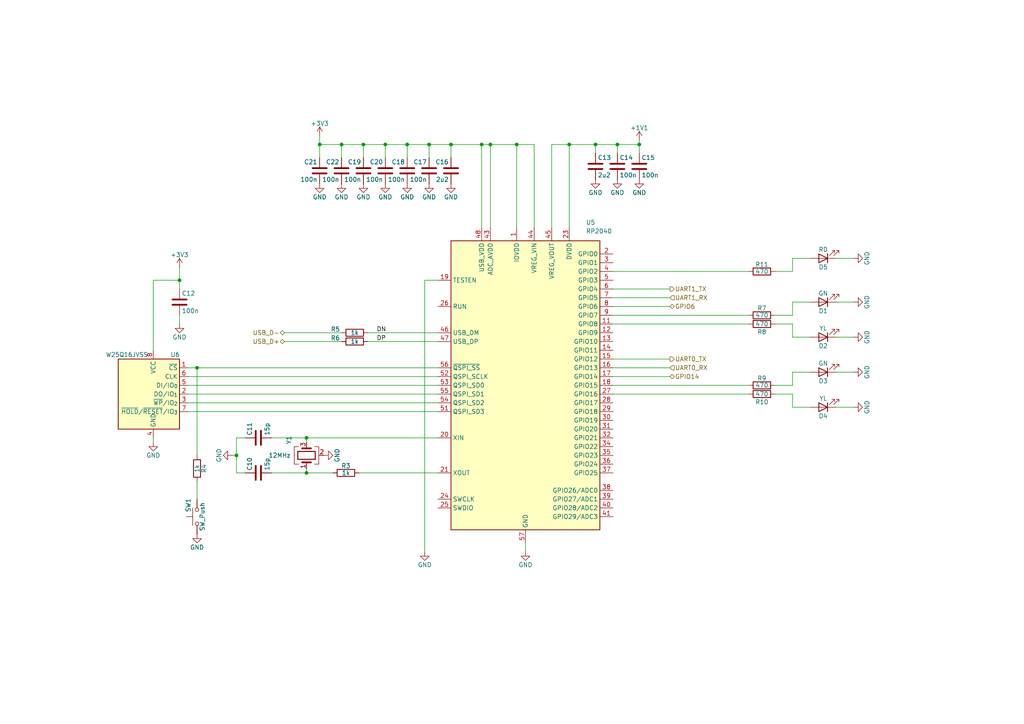
<source format=kicad_sch>
(kicad_sch (version 20250114) (generator "eeschema") (generator_version "9.0")
  (paper "A4")
  (lib_symbols
    (symbol "Device:C" (pin_numbers (hide yes)) (pin_names (offset 0.254))
      (property "Reference" "C" (at 0.635 2.54 0))
      (property "Value" "C" (at 0.635 -2.54 0))
      (symbol "C_0_1"
        (polyline (pts (xy -2.032 0.762) (xy 2.032 0.762)) (stroke (width 0.508)))
        (polyline (pts (xy -2.032 -0.762) (xy 2.032 -0.762)) (stroke (width 0.508)))
      )
      (symbol "C_1_1"
        (pin passive line (at 0 3.81 270) (length 2.794) (name "~") (number "1"))
        (pin passive line (at 0 -3.81 90) (length 2.794) (name "~") (number "2"))
      )
    )
    (symbol "Device:Crystal_GND24" (pin_names (offset 1.016) (hide yes))
      (property "Reference" "Y" (at 3.175 5.08 0))
      (property "Value" "Crystal_GND24" (at 3.175 3.175 0))
      (symbol "Crystal_GND24_0_1"
        (polyline (pts (xy -2.54 2.286) (xy -2.54 3.556) (xy 2.54 3.556) (xy 2.54 2.286)))
        (polyline (pts (xy -2.54 0) (xy -2.032 0)))
        (polyline (pts (xy -2.54 -2.286) (xy -2.54 -3.556) (xy 2.54 -3.556) (xy 2.54 -2.286)))
        (polyline (pts (xy -2.032 -1.27) (xy -2.032 1.27)) (stroke (width 0.508)))
        (rectangle (start -1.143 2.54) (end 1.143 -2.54) (stroke (width 0.3048)))
        (polyline (pts (xy 0 -3.81) (xy 0 -3.556)))
        (polyline (pts (xy 2.032 0) (xy 2.54 0)))
        (polyline (pts (xy 2.032 -1.27) (xy 2.032 1.27)) (stroke (width 0.508)))
      )
      (symbol "Crystal_GND24_1_1"
        (pin passive line (at -3.81 0 0) (length 1.27) (name "1") (number "1"))
        (pin passive line (at 0 -5.08 90) (length 1.27) (name "G") (number "2"))
        (pin passive line (at 0 -5.08 90) (length 1.27) (hide yes) (name "G") (number "4"))
        (pin passive line (at 3.81 0 180) (length 1.27) (name "3") (number "3"))
      )
    )
    (symbol "Device:LED" (pin_numbers (hide yes)) (pin_names (offset 1.016) (hide yes))
      (property "Reference" "D" (at 0 2.54 0))
      (property "Value" "LED" (at 0 -2.54 0))
      (symbol "LED_0_1"
        (polyline (pts (xy -3.048 -0.762) (xy -4.572 -2.286) (xy -3.81 -2.286) (xy -4.572 -2.286) (xy -4.572 -1.524)))
        (polyline (pts (xy -1.778 -0.762) (xy -3.302 -2.286) (xy -2.54 -2.286) (xy -3.302 -2.286) (xy -3.302 -1.524)))
        (polyline (pts (xy -1.27 0) (xy 1.27 0)))
        (polyline (pts (xy -1.27 -1.27) (xy -1.27 1.27)) (stroke (width 0.254)))
        (polyline (pts (xy 1.27 -1.27) (xy 1.27 1.27) (xy -1.27 0) (xy 1.27 -1.27)) (stroke (width 0.254)))
      )
      (symbol "LED_1_1"
        (pin passive line (at -3.81 0 0) (length 2.54) (name "K") (number "1"))
        (pin passive line (at 3.81 0 180) (length 2.54) (name "A") (number "2"))
      )
    )
    (symbol "Device:R" (pin_numbers (hide yes)) (pin_names (offset 0))
      (property "Reference" "R" (at 2.032 0 90))
      (property "Value" "R" (at 0 0 90))
      (symbol "R_0_1"
        (rectangle (start -1.016 -2.54) (end 1.016 2.54) (stroke (width 0.254)))
      )
      (symbol "R_1_1"
        (pin passive line (at 0 3.81 270) (length 1.27) (name "~") (number "1"))
        (pin passive line (at 0 -3.81 90) (length 1.27) (name "~") (number "2"))
      )
    )
    (symbol "MCU_RaspberryPi:RP2040"
      (property "Reference" "U" (at 17.526 47.244 0))
      (property "Value" "RP2040" (at 17.526 44.704 0))
      (symbol "RP2040_0_1"
        (rectangle (start -21.59 41.91) (end 21.59 -41.91) (stroke (width 0.254)) (fill (type background)))
      )
      (symbol "RP2040_1_1"
        (pin input line (at -25.4 30.48 0) (length 3.81) (name "TESTEN") (number "19"))
        (pin input line (at -25.4 22.86 0) (length 3.81) (name "RUN") (number "26"))
        (pin bidirectional line (at -25.4 15.24 0) (length 3.81) (name "USB_DM") (number "46"))
        (pin bidirectional line (at -25.4 12.7 0) (length 3.81) (name "USB_DP") (number "47"))
        (pin output line (at -25.4 5.08 0) (length 3.81) (name "~{QSPI_SS}") (number "56"))
        (pin output line (at -25.4 2.54 0) (length 3.81) (name "QSPI_SCLK") (number "52"))
        (pin bidirectional line (at -25.4 0 0) (length 3.81) (name "QSPI_SD0") (number "53"))
        (pin bidirectional line (at -25.4 -2.54 0) (length 3.81) (name "QSPI_SD1") (number "55"))
        (pin bidirectional line (at -25.4 -5.08 0) (length 3.81) (name "QSPI_SD2") (number "54"))
        (pin bidirectional line (at -25.4 -7.62 0) (length 3.81) (name "QSPI_SD3") (number "51"))
        (pin input line (at -25.4 -15.24 0) (length 3.81) (name "XIN") (number "20"))
        (pin output line (at -25.4 -25.4 0) (length 3.81) (name "XOUT") (number "21"))
        (pin input line (at -25.4 -33.02 0) (length 3.81) (name "SWCLK") (number "24"))
        (pin bidirectional line (at -25.4 -35.56 0) (length 3.81) (name "SWDIO") (number "25"))
        (pin power_in line (at -12.7 45.72 270) (length 3.81) (name "USB_VDD") (number "48"))
        (pin power_in line (at -10.16 45.72 270) (length 3.81) (name "ADC_AVDD") (number "43"))
        (pin power_in line (at -2.54 45.72 270) (length 3.81) (name "IOVDD") (number "1"))
        (pin passive line (at -2.54 45.72 270) (length 3.81) (hide yes) (name "IOVDD") (number "10"))
        (pin passive line (at -2.54 45.72 270) (length 3.81) (hide yes) (name "IOVDD") (number "22"))
        (pin passive line (at -2.54 45.72 270) (length 3.81) (hide yes) (name "IOVDD") (number "33"))
        (pin passive line (at -2.54 45.72 270) (length 3.81) (hide yes) (name "IOVDD") (number "42"))
        (pin passive line (at -2.54 45.72 270) (length 3.81) (hide yes) (name "IOVDD") (number "49"))
        (pin power_in line (at 0 -45.72 90) (length 3.81) (name "GND") (number "57"))
        (pin power_in line (at 2.54 45.72 270) (length 3.81) (name "VREG_VIN") (number "44"))
        (pin power_out line (at 7.62 45.72 270) (length 3.81) (name "VREG_VOUT") (number "45"))
        (pin power_in line (at 12.7 45.72 270) (length 3.81) (name "DVDD") (number "23"))
        (pin passive line (at 12.7 45.72 270) (length 3.81) (hide yes) (name "DVDD") (number "50"))
        (pin bidirectional line (at 25.4 38.1 180) (length 3.81) (name "GPIO0") (number "2"))
        (pin bidirectional line (at 25.4 35.56 180) (length 3.81) (name "GPIO1") (number "3"))
        (pin bidirectional line (at 25.4 33.02 180) (length 3.81) (name "GPIO2") (number "4"))
        (pin bidirectional line (at 25.4 30.48 180) (length 3.81) (name "GPIO3") (number "5"))
        (pin bidirectional line (at 25.4 27.94 180) (length 3.81) (name "GPIO4") (number "6"))
        (pin bidirectional line (at 25.4 25.4 180) (length 3.81) (name "GPIO5") (number "7"))
        (pin bidirectional line (at 25.4 22.86 180) (length 3.81) (name "GPIO6") (number "8"))
        (pin bidirectional line (at 25.4 20.32 180) (length 3.81) (name "GPIO7") (number "9"))
        (pin bidirectional line (at 25.4 17.78 180) (length 3.81) (name "GPIO8") (number "11"))
        (pin bidirectional line (at 25.4 15.24 180) (length 3.81) (name "GPIO9") (number "12"))
        (pin bidirectional line (at 25.4 12.7 180) (length 3.81) (name "GPIO10") (number "13"))
        (pin bidirectional line (at 25.4 10.16 180) (length 3.81) (name "GPIO11") (number "14"))
        (pin bidirectional line (at 25.4 7.62 180) (length 3.81) (name "GPIO12") (number "15"))
        (pin bidirectional line (at 25.4 5.08 180) (length 3.81) (name "GPIO13") (number "16"))
        (pin bidirectional line (at 25.4 2.54 180) (length 3.81) (name "GPIO14") (number "17"))
        (pin bidirectional line (at 25.4 0 180) (length 3.81) (name "GPIO15") (number "18"))
        (pin bidirectional line (at 25.4 -2.54 180) (length 3.81) (name "GPIO16") (number "27"))
        (pin bidirectional line (at 25.4 -5.08 180) (length 3.81) (name "GPIO17") (number "28"))
        (pin bidirectional line (at 25.4 -7.62 180) (length 3.81) (name "GPIO18") (number "29"))
        (pin bidirectional line (at 25.4 -10.16 180) (length 3.81) (name "GPIO19") (number "30"))
        (pin bidirectional line (at 25.4 -12.7 180) (length 3.81) (name "GPIO20") (number "31"))
        (pin bidirectional line (at 25.4 -15.24 180) (length 3.81) (name "GPIO21") (number "32"))
        (pin bidirectional line (at 25.4 -17.78 180) (length 3.81) (name "GPIO22") (number "34"))
        (pin bidirectional line (at 25.4 -20.32 180) (length 3.81) (name "GPIO23") (number "35"))
        (pin bidirectional line (at 25.4 -22.86 180) (length 3.81) (name "GPIO24") (number "36"))
        (pin bidirectional line (at 25.4 -25.4 180) (length 3.81) (name "GPIO25") (number "37"))
        (pin bidirectional line (at 25.4 -30.48 180) (length 3.81) (name "GPIO26/ADC0") (number "38"))
        (pin bidirectional line (at 25.4 -33.02 180) (length 3.81) (name "GPIO27/ADC1") (number "39"))
        (pin bidirectional line (at 25.4 -35.56 180) (length 3.81) (name "GPIO28/ADC2") (number "40"))
        (pin bidirectional line (at 25.4 -38.1 180) (length 3.81) (name "GPIO29/ADC3") (number "41"))
      )
    )
    (symbol "Memory_Flash:W25Q16JVSS"
      (property "Reference" "U" (at -6.35 11.43 0))
      (property "Value" "W25Q16JVSS" (at 7.62 11.43 0))
      (symbol "W25Q16JVSS_0_1"
        (rectangle (start -7.62 10.16) (end 10.16 -10.16) (stroke (width 0.254)) (fill (type background)))
      )
      (symbol "W25Q16JVSS_1_1"
        (pin input line (at -10.16 7.62 0) (length 2.54) (name "~{CS}") (number "1"))
        (pin input line (at -10.16 5.08 0) (length 2.54) (name "CLK") (number "6"))
        (pin bidirectional line (at -10.16 2.54 0) (length 2.54) (name "DI/IO_{0}") (number "5"))
        (pin bidirectional line (at -10.16 0 0) (length 2.54) (name "DO/IO_{1}") (number "2"))
        (pin bidirectional line (at -10.16 -2.54 0) (length 2.54) (name "~{WP}/IO_{2}") (number "3"))
        (pin bidirectional line (at -10.16 -5.08 0) (length 2.54) (name "~{HOLD}/~{RESET}/IO_{3}") (number "7"))
        (pin power_in line (at 0 12.7 270) (length 2.54) (name "VCC") (number "8"))
        (pin power_in line (at 0 -12.7 90) (length 2.54) (name "GND") (number "4"))
      )
    )
    (symbol "Switch:SW_Push" (pin_numbers (hide yes)) (pin_names (offset 1.016) (hide yes))
      (property "Reference" "SW" (at 1.27 2.54 0))
      (property "Value" "SW_Push" (at 0 -1.524 0))
      (symbol "SW_Push_0_1"
        (circle (center -2.032 0) (radius 0.508))
        (polyline (pts (xy 0 1.27) (xy 0 3.048)))
        (circle (center 2.032 0) (radius 0.508))
        (polyline (pts (xy 2.54 1.27) (xy -2.54 1.27)))
        (pin passive line (at -5.08 0 0) (length 2.54) (name "1") (number "1"))
        (pin passive line (at 5.08 0 180) (length 2.54) (name "2") (number "2"))
      )
    )
    (symbol "power:+1V1" (power) (pin_numbers (hide yes)) (pin_names (offset 0) (hide yes))
      (property "Value" "+1V1" (at 0 3.556 0))
      (symbol "+1V1_0_1"
        (polyline (pts (xy -0.762 1.27) (xy 0 2.54)))
        (polyline (pts (xy 0 2.54) (xy 0.762 1.27)))
        (polyline (pts (xy 0 0) (xy 0 2.54)))
      )
      (symbol "+1V1_1_1"
        (pin power_in line (at 0 0 90) (length 0) (name "~") (number "1"))
      )
    )
    (symbol "power:+3V3" (power) (pin_numbers (hide yes)) (pin_names (offset 0) (hide yes))
      (property "Value" "+3V3" (at 0 3.556 0))
      (symbol "+3V3_0_1"
        (polyline (pts (xy -0.762 1.27) (xy 0 2.54)))
        (polyline (pts (xy 0 2.54) (xy 0.762 1.27)))
        (polyline (pts (xy 0 0) (xy 0 2.54)))
      )
      (symbol "+3V3_1_1"
        (pin power_in line (at 0 0 90) (length 0) (name "~") (number "1"))
      )
    )
    (symbol "power:GND" (power) (pin_numbers (hide yes)) (pin_names (offset 0) (hide yes))
      (property "Value" "GND" (at 0 -3.81 0))
      (symbol "GND_0_1"
        (polyline (pts (xy 0 0) (xy 0 -1.27) (xy 1.27 -1.27) (xy 0 -2.54) (xy -1.27 -1.27) (xy 0 -1.27)))
      )
      (symbol "GND_1_1"
        (pin power_in line (at 0 0 270) (length 0) (name "~") (number "1"))
      )
    )
  )
  (junction (at 185.42 41.91))
  (junction (at 105.41 41.91))
  (junction (at 118.11 41.91))
  (junction (at 88.9 137.16))
  (junction (at 57.15 106.68))
  (junction (at 142.24 41.91))
  (junction (at 130.81 41.91))
  (junction (at 52.07 81.28))
  (junction (at 92.71 41.91))
  (junction (at 172.72 41.91))
  (junction (at 149.86 41.91))
  (junction (at 124.46 41.91))
  (junction (at 99.06 41.91))
  (junction (at 111.76 41.91))
  (junction (at 88.9 127))
  (junction (at 68.58 132.08))
  (junction (at 139.7 41.91))
  (junction (at 165.1 41.91))
  (junction (at 179.07 41.91))
  (wire (pts (xy 242.57 107.95) (xy 247.65 107.95)))
  (wire (pts (xy 44.45 101.6) (xy 44.45 81.28)))
  (wire (pts (xy 179.07 41.91) (xy 179.07 44.45)))
  (wire (pts (xy 124.46 41.91) (xy 124.46 45.72)))
  (wire (pts (xy 234.95 97.79) (xy 229.87 97.79)))
  (wire (pts (xy 99.06 41.91) (xy 99.06 45.72)))
  (wire (pts (xy 242.57 74.93) (xy 247.65 74.93)))
  (wire (pts (xy 177.8 78.74) (xy 217.17 78.74)))
  (wire (pts (xy 185.42 40.64) (xy 185.42 41.91)))
  (wire (pts (xy 67.31 132.08) (xy 68.58 132.08)))
  (wire (pts (xy 179.07 41.91) (xy 185.42 41.91)))
  (wire (pts (xy 78.74 127) (xy 88.9 127)))
  (wire (pts (xy 68.58 132.08) (xy 68.58 127)))
  (wire (pts (xy 242.57 97.79) (xy 247.65 97.79)))
  (wire (pts (xy 229.87 107.95) (xy 234.95 107.95)))
  (wire (pts (xy 234.95 118.11) (xy 229.87 118.11)))
  (wire (pts (xy 105.41 41.91) (xy 105.41 45.72)))
  (wire (pts (xy 172.72 41.91) (xy 172.72 44.45)))
  (wire (pts (xy 82.55 99.06) (xy 99.06 99.06)))
  (wire (pts (xy 88.9 127) (xy 88.9 128.27)))
  (wire (pts (xy 185.42 41.91) (xy 185.42 44.45)))
  (wire (pts (xy 111.76 41.91) (xy 105.41 41.91)))
  (wire (pts (xy 124.46 41.91) (xy 118.11 41.91)))
  (wire (pts (xy 177.8 106.68) (xy 194.31 106.68)))
  (wire (pts (xy 142.24 41.91) (xy 139.7 41.91)))
  (wire (pts (xy 229.87 91.44) (xy 229.87 87.63)))
  (wire (pts (xy 118.11 41.91) (xy 111.76 41.91)))
  (wire (pts (xy 130.81 41.91) (xy 130.81 45.72)))
  (wire (pts (xy 177.8 109.22) (xy 194.31 109.22)))
  (wire (pts (xy 130.81 41.91) (xy 124.46 41.91)))
  (wire (pts (xy 106.68 99.06) (xy 127 99.06)))
  (wire (pts (xy 54.61 106.68) (xy 57.15 106.68)))
  (wire (pts (xy 149.86 41.91) (xy 142.24 41.91)))
  (wire (pts (xy 224.79 78.74) (xy 229.87 78.74)))
  (wire (pts (xy 242.57 87.63) (xy 247.65 87.63)))
  (wire (pts (xy 177.8 93.98) (xy 217.17 93.98)))
  (wire (pts (xy 165.1 41.91) (xy 165.1 66.04)))
  (wire (pts (xy 99.06 41.91) (xy 92.71 41.91)))
  (wire (pts (xy 172.72 41.91) (xy 179.07 41.91)))
  (wire (pts (xy 229.87 114.3) (xy 224.79 114.3)))
  (wire (pts (xy 68.58 132.08) (xy 68.58 137.16)))
  (wire (pts (xy 54.61 109.22) (xy 127 109.22)))
  (wire (pts (xy 68.58 127) (xy 71.12 127)))
  (wire (pts (xy 82.55 96.52) (xy 99.06 96.52)))
  (wire (pts (xy 105.41 41.91) (xy 99.06 41.91)))
  (wire (pts (xy 229.87 97.79) (xy 229.87 93.98)))
  (wire (pts (xy 177.8 86.36) (xy 194.31 86.36)))
  (wire (pts (xy 118.11 41.91) (xy 118.11 45.72)))
  (wire (pts (xy 242.57 118.11) (xy 247.65 118.11)))
  (wire (pts (xy 229.87 78.74) (xy 229.87 74.93)))
  (wire (pts (xy 92.71 39.37) (xy 92.71 41.91)))
  (wire (pts (xy 229.87 111.76) (xy 229.87 107.95)))
  (wire (pts (xy 123.19 160.02) (xy 123.19 81.28)))
  (wire (pts (xy 139.7 41.91) (xy 130.81 41.91)))
  (wire (pts (xy 154.94 41.91) (xy 149.86 41.91)))
  (wire (pts (xy 165.1 41.91) (xy 172.72 41.91)))
  (wire (pts (xy 177.8 88.9) (xy 194.31 88.9)))
  (wire (pts (xy 229.87 118.11) (xy 229.87 114.3)))
  (wire (pts (xy 177.8 111.76) (xy 217.17 111.76)))
  (wire (pts (xy 229.87 87.63) (xy 234.95 87.63)))
  (wire (pts (xy 88.9 135.89) (xy 88.9 137.16)))
  (wire (pts (xy 139.7 41.91) (xy 139.7 66.04)))
  (wire (pts (xy 68.58 137.16) (xy 71.12 137.16)))
  (wire (pts (xy 177.8 91.44) (xy 217.17 91.44)))
  (wire (pts (xy 106.68 96.52) (xy 127 96.52)))
  (wire (pts (xy 154.94 66.04) (xy 154.94 41.91)))
  (wire (pts (xy 111.76 41.91) (xy 111.76 45.72)))
  (wire (pts (xy 177.8 83.82) (xy 194.31 83.82)))
  (wire (pts (xy 229.87 74.93) (xy 234.95 74.93)))
  (wire (pts (xy 57.15 106.68) (xy 127 106.68)))
  (wire (pts (xy 52.07 81.28) (xy 52.07 83.82)))
  (wire (pts (xy 54.61 111.76) (xy 127 111.76)))
  (wire (pts (xy 160.02 41.91) (xy 165.1 41.91)))
  (wire (pts (xy 152.4 157.48) (xy 152.4 160.02)))
  (wire (pts (xy 44.45 127) (xy 44.45 128.27)))
  (wire (pts (xy 54.61 116.84) (xy 127 116.84)))
  (wire (pts (xy 52.07 91.44) (xy 52.07 93.98)))
  (wire (pts (xy 52.07 77.47) (xy 52.07 81.28)))
  (wire (pts (xy 177.8 114.3) (xy 217.17 114.3)))
  (wire (pts (xy 142.24 41.91) (xy 142.24 66.04)))
  (wire (pts (xy 229.87 93.98) (xy 224.79 93.98)))
  (wire (pts (xy 57.15 106.68) (xy 57.15 132.08)))
  (wire (pts (xy 149.86 41.91) (xy 149.86 66.04)))
  (wire (pts (xy 54.61 119.38) (xy 127 119.38)))
  (wire (pts (xy 44.45 81.28) (xy 52.07 81.28)))
  (wire (pts (xy 104.14 137.16) (xy 127 137.16)))
  (wire (pts (xy 78.74 137.16) (xy 88.9 137.16)))
  (wire (pts (xy 88.9 137.16) (xy 96.52 137.16)))
  (wire (pts (xy 224.79 91.44) (xy 229.87 91.44)))
  (wire (pts (xy 92.71 41.91) (xy 92.71 45.72)))
  (wire (pts (xy 123.19 81.28) (xy 127 81.28)))
  (wire (pts (xy 224.79 111.76) (xy 229.87 111.76)))
  (wire (pts (xy 88.9 127) (xy 127 127)))
  (wire (pts (xy 160.02 41.91) (xy 160.02 66.04)))
  (wire (pts (xy 57.15 139.7) (xy 57.15 144.78)))
  (wire (pts (xy 54.61 114.3) (xy 127 114.3)))
  (wire (pts (xy 177.8 104.14) (xy 194.31 104.14)))
  (label "DN" (at 109.22 96.52 0))
  (label "DP" (at 109.22 99.06 0))
  (hierarchical_label "USB_D+" (shape bidirectional) (at 82.55 99.06 180))
  (hierarchical_label "USB_D-" (shape bidirectional) (at 82.55 96.52 180))
  (hierarchical_label "UART1_RX" (shape input) (at 194.31 86.36 0))
  (hierarchical_label "UART1_TX" (shape output) (at 194.31 83.82 0))
  (hierarchical_label "GPIO6" (shape bidirectional) (at 194.31 88.9 0))
  (hierarchical_label "UART0_TX" (shape output) (at 194.31 104.14 0))
  (hierarchical_label "GPIO14" (shape bidirectional) (at 194.31 109.22 0))
  (hierarchical_label "UART0_RX" (shape input) (at 194.31 106.68 0))
  (symbol (lib_id "Device:C") (at 74.93 137.16 90) (unit 1)
    (property "Reference" "C10" (at 72.39 136.525 0) (effects (justify left)))
    (property "Value" "15p" (at 77.47 136.525 0) (effects (justify left)))
    (property "Footprint" "Capacitor_SMD:C_0603_1608Metric" (effects (hide yes)))
    (property "Description" "Unpolarized capacitor" (effects (hide yes)))
    (property "LCSC" "C1644" (effects (hide yes)))
    (property "MPN_LCSC" "CL10C150JB8NNNC" (effects (hide yes)))
  )
  (symbol (lib_id "Device:R") (at 102.87 99.06 90) (unit 1)
    (property "Reference" "R6" (at 97.282 98.044 90))
    (property "Value" "1k" (at 102.87 99.06 90))
    (property "Footprint" "Resistor_SMD:R_0603_1608Metric" (effects (hide yes)))
    (property "Description" "Resistor" (effects (hide yes)))
    (property "LCSC" "C21190" (effects (hide yes)))
    (property "MPN_LCSC" "0603WAF1001T5E" (effects (hide yes)))
  )
  (symbol (lib_id "Device:C") (at 105.41 49.53 0) (mirror y) (unit 1)
    (property "Reference" "C19" (at 104.775 46.99 0) (effects (justify left)))
    (property "Value" "100n" (at 104.775 52.07 0) (effects (justify left)))
    (property "Footprint" "Capacitor_SMD:C_0603_1608Metric" (effects (hide yes)))
    (property "Description" "Unpolarized capacitor" (effects (hide yes)))
    (property "LCSC" "C14663" (effects (hide yes)))
    (property "MPN_LCSC" "CC0603KRX7R9BB104" (effects (hide yes)))
  )
  (symbol (lib_id "power:GND") (at 152.4 160.02 0) (unit 1)
    (property "Reference" "#PWR028" (effects (hide yes)))
    (property "Value" "GND" (at 152.4 163.83 0))
    (property "Description" "Power symbol creates a global label with name \"GND\" , ground" (effects (hide yes)))
  )
  (symbol (lib_id "power:GND") (at 247.65 118.11 90) (unit 1)
    (property "Reference" "#PWR032" (effects (hide yes)))
    (property "Value" "GND" (at 251.46 118.11 0))
    (property "Description" "Power symbol creates a global label with name \"GND\" , ground" (effects (hide yes)))
  )
  (symbol (lib_id "power:GND") (at 124.46 53.34 0) (mirror y) (unit 1)
    (property "Reference" "#PWR022" (effects (hide yes)))
    (property "Value" "GND" (at 124.46 57.15 0))
    (property "Description" "Power symbol creates a global label with name \"GND\" , ground" (effects (hide yes)))
  )
  (symbol (lib_id "power:GND") (at 99.06 53.34 0) (mirror y) (unit 1)
    (property "Reference" "#PWR027" (effects (hide yes)))
    (property "Value" "GND" (at 99.06 57.15 0))
    (property "Description" "Power symbol creates a global label with name \"GND\" , ground" (effects (hide yes)))
  )
  (symbol (lib_id "power:GND") (at 179.07 52.07 0) (unit 1)
    (property "Reference" "#PWR018" (effects (hide yes)))
    (property "Value" "GND" (at 179.07 55.88 0))
    (property "Description" "Power symbol creates a global label with name \"GND\" , ground" (effects (hide yes)))
  )
  (symbol (lib_id "Device:C") (at 52.07 87.63 0) (unit 1)
    (property "Reference" "C12" (at 52.705 85.09 0) (effects (justify left)))
    (property "Value" "100n" (at 52.705 90.17 0) (effects (justify left)))
    (property "Footprint" "Capacitor_SMD:C_0603_1608Metric" (effects (hide yes)))
    (property "Description" "Unpolarized capacitor" (effects (hide yes)))
    (property "LCSC" "C14663" (effects (hide yes)))
    (property "MPN_LCSC" "CC0603KRX7R9BB104" (effects (hide yes)))
  )
  (symbol (lib_id "power:GND") (at 185.42 52.07 0) (unit 1)
    (property "Reference" "#PWR019" (effects (hide yes)))
    (property "Value" "GND" (at 185.42 55.88 0))
    (property "Description" "Power symbol creates a global label with name \"GND\" , ground" (effects (hide yes)))
  )
  (symbol (lib_id "power:GND") (at 44.45 128.27 0) (unit 1)
    (property "Reference" "#PWR012" (effects (hide yes)))
    (property "Value" "GND" (at 44.45 132.08 0))
    (property "Description" "Power symbol creates a global label with name \"GND\" , ground" (effects (hide yes)))
  )
  (symbol (lib_id "power:+3V3") (at 92.71 39.37 0) (unit 1)
    (property "Reference" "#PWR034" (effects (hide yes)))
    (property "Value" "+3V3" (at 92.71 35.814 0))
    (property "Description" "Power symbol creates a global label with name \"+3V3\"" (effects (hide yes)))
  )
  (symbol (lib_id "power:GND") (at 52.07 93.98 0) (unit 1)
    (property "Reference" "#PWR013" (effects (hide yes)))
    (property "Value" "GND" (at 52.07 97.79 0))
    (property "Description" "Power symbol creates a global label with name \"GND\" , ground" (effects (hide yes)))
  )
  (symbol (lib_id "Device:R") (at 57.15 135.89 0) (unit 1)
    (property "Reference" "R4" (at 59.182 135.89 90))
    (property "Value" "1k" (at 57.15 135.89 90))
    (property "Footprint" "Resistor_SMD:R_0603_1608Metric" (effects (hide yes)))
    (property "Description" "Resistor" (effects (hide yes)))
    (property "LCSC" "C21190" (effects (hide yes)))
    (property "MPN_LCSC" "0603WAF1001T5E" (effects (hide yes)))
  )
  (symbol (lib_id "Device:C") (at 111.76 49.53 0) (mirror y) (unit 1)
    (property "Reference" "C20" (at 111.125 46.99 0) (effects (justify left)))
    (property "Value" "100n" (at 111.125 52.07 0) (effects (justify left)))
    (property "Footprint" "Capacitor_SMD:C_0603_1608Metric" (effects (hide yes)))
    (property "Description" "Unpolarized capacitor" (effects (hide yes)))
    (property "LCSC" "C14663" (effects (hide yes)))
    (property "MPN_LCSC" "CC0603KRX7R9BB104" (effects (hide yes)))
  )
  (symbol (lib_id "power:GND") (at 105.41 53.34 0) (mirror y) (unit 1)
    (property "Reference" "#PWR024" (effects (hide yes)))
    (property "Value" "GND" (at 105.41 57.15 0))
    (property "Description" "Power symbol creates a global label with name \"GND\" , ground" (effects (hide yes)))
  )
  (symbol (lib_id "Device:Crystal_GND24") (at 88.9 132.08 90) (unit 1)
    (property "Reference" "Y1" (at 83.82 128.905 0) (effects (justify left)))
    (property "Value" "12MHz" (at 84.328 132.08 90) (effects (justify left)))
    (property "Footprint" "Crystal:Crystal_SMD_Abracon_ABM8AIG-4Pin_3.2x2.5mm" (effects (hide yes)))
    (property "Description" "Four pin crystal, GND on pins 2 and 4" (effects (hide yes)))
    (property private "KLC_S3.3" "The rectangle is not a symbol body but a graphical element" (effects (hide yes)))
    (property private "KLC_S4.1" "Some pins are on 50mil grid to make the symbol small" (effects (hide yes)))
    (property "LCSC" "C9002" (effects (hide yes)))
    (property "MPN_LCSC" "X322512MSB4SI" (effects (hide yes)))
  )
  (symbol (lib_id "Device:LED") (at 238.76 87.63 180) (unit 1)
    (property "Reference" "D1" (at 238.76 90.17 0))
    (property "Value" "GN" (at 238.76 85.09 0))
    (property "Footprint" "LED_SMD:LED_0805_2012Metric" (effects (hide yes)))
    (property "Description" "Light emitting diode" (effects (hide yes)))
    (property "Sim.Pins" "1=K 2=A" (effects (hide yes)))
    (property "LCSC" "C2297" (effects (hide yes)))
    (property "MPN_LCSC" "KT-0805G" (effects (hide yes)))
  )
  (symbol (lib_id "Device:C") (at 172.72 48.26 0) (unit 1)
    (property "Reference" "C13" (at 173.355 45.72 0) (effects (justify left)))
    (property "Value" "2u2" (at 173.355 50.8 0) (effects (justify left)))
    (property "Footprint" "Capacitor_SMD:C_0805_2012Metric" (effects (hide yes)))
    (property "Description" "Unpolarized capacitor" (effects (hide yes)))
    (property "LCSC" "C377773" (effects (hide yes)))
    (property "MPN_LCSC" "CL21A225KBQNNNE" (effects (hide yes)))
  )
  (symbol (lib_id "MCU_RaspberryPi:RP2040") (at 152.4 111.76 0) (unit 1)
    (property "Reference" "U5" (at 169.926 64.516 0) (effects (justify left)))
    (property "Value" "RP2040" (at 169.926 67.056 0) (effects (justify left)))
    (property "Footprint" "Package_DFN_QFN:QFN-56-1EP_7x7mm_P0.4mm_EP3.2x3.2mm" (effects (hide yes)))
    (property "Datasheet" "https://datasheets.raspberrypi.com/rp2040/rp2040-datasheet.pdf" (effects (hide yes)))
    (property "Description" "A microcontroller by Raspberry Pi, Dual ARM Cortex-M0+, 133MHz, no flash, 264KB SRAM, 8 PIO state machines, VQFN-56" (effects (hide yes)))
    (property private "KLC_S4.2_DVDD" "Not a standalone power converter; internal on-chip voltage regulator for digital core supply; DVDD is the digital core power supply, should be placed next to voltage regulator output." (effects (hide yes)))
    (property private "KLC_S4.2_VREG_VOUT" "Should be placed next to DVDD." (effects (hide yes)))
    (property "LCSC" "C2040" (effects (hide yes)))
    (property "MPN_LCSC" "RP2040" (effects (hide yes)))
  )
  (symbol (lib_id "power:+3V3") (at 52.07 77.47 0) (unit 1)
    (property "Reference" "#PWR014" (effects (hide yes)))
    (property "Value" "+3V3" (at 52.07 73.914 0))
    (property "Description" "Power symbol creates a global label with name \"+3V3\"" (effects (hide yes)))
  )
  (symbol (lib_id "Device:LED") (at 238.76 118.11 180) (unit 1)
    (property "Reference" "D4" (at 238.76 120.65 0))
    (property "Value" "YL" (at 238.76 115.57 0))
    (property "Footprint" "LED_SMD:LED_0805_2012Metric" (effects (hide yes)))
    (property "Description" "Light emitting diode" (effects (hide yes)))
    (property "Sim.Pins" "1=K 2=A" (effects (hide yes)))
    (property "LCSC" "C2296" (effects (hide yes)))
    (property "MPN_LCSC" "KT-0805Y" (effects (hide yes)))
  )
  (symbol (lib_id "Device:R") (at 102.87 96.52 90) (unit 1)
    (property "Reference" "R5" (at 97.282 95.504 90))
    (property "Value" "1k" (at 102.87 96.52 90))
    (property "Footprint" "Resistor_SMD:R_0603_1608Metric" (effects (hide yes)))
    (property "Description" "Resistor" (effects (hide yes)))
    (property "LCSC" "C21190" (effects (hide yes)))
    (property "MPN_LCSC" "0603WAF1001T5E" (effects (hide yes)))
  )
  (symbol (lib_id "power:GND") (at 247.65 74.93 90) (unit 1)
    (property "Reference" "#PWR033" (effects (hide yes)))
    (property "Value" "GND" (at 251.46 74.93 0))
    (property "Description" "Power symbol creates a global label with name \"GND\" , ground" (effects (hide yes)))
  )
  (symbol (lib_id "Device:R") (at 220.98 91.44 90) (unit 1)
    (property "Reference" "R7" (at 220.98 89.408 90))
    (property "Value" "470" (at 220.98 91.44 90))
    (property "Footprint" "Resistor_SMD:R_0603_1608Metric" (effects (hide yes)))
    (property "Description" "Resistor" (effects (hide yes)))
    (property "LCSC" "C23179" (effects (hide yes)))
    (property "MPN_LCSC" "0603WAF4700T5E" (effects (hide yes)))
  )
  (symbol (lib_id "Device:C") (at 185.42 48.26 0) (unit 1)
    (property "Reference" "C15" (at 186.055 45.72 0) (effects (justify left)))
    (property "Value" "100n" (at 186.055 50.8 0) (effects (justify left)))
    (property "Footprint" "Capacitor_SMD:C_0603_1608Metric" (effects (hide yes)))
    (property "Description" "Unpolarized capacitor" (effects (hide yes)))
    (property "LCSC" "C14663" (effects (hide yes)))
    (property "MPN_LCSC" "CC0603KRX7R9BB104" (effects (hide yes)))
  )
  (symbol (lib_id "Device:C") (at 130.81 49.53 0) (mirror y) (unit 1)
    (property "Reference" "C16" (at 130.175 46.99 0) (effects (justify left)))
    (property "Value" "2u2" (at 130.175 52.07 0) (effects (justify left)))
    (property "Footprint" "Capacitor_SMD:C_0805_2012Metric" (effects (hide yes)))
    (property "Description" "Unpolarized capacitor" (effects (hide yes)))
    (property "LCSC" "C377773" (effects (hide yes)))
    (property "MPN_LCSC" "CL21A225KBQNNNE" (effects (hide yes)))
  )
  (symbol (lib_id "power:GND") (at 92.71 53.34 0) (mirror y) (unit 1)
    (property "Reference" "#PWR026" (effects (hide yes)))
    (property "Value" "GND" (at 92.71 57.15 0))
    (property "Description" "Power symbol creates a global label with name \"GND\" , ground" (effects (hide yes)))
  )
  (symbol (lib_id "Device:C") (at 74.93 127 90) (unit 1)
    (property "Reference" "C11" (at 72.39 126.365 0) (effects (justify left)))
    (property "Value" "15p" (at 77.47 126.365 0) (effects (justify left)))
    (property "Footprint" "Capacitor_SMD:C_0603_1608Metric" (effects (hide yes)))
    (property "Description" "Unpolarized capacitor" (effects (hide yes)))
    (property "LCSC" "C1644" (effects (hide yes)))
    (property "MPN_LCSC" "CL10C150JB8NNNC" (effects (hide yes)))
  )
  (symbol (lib_id "power:GND") (at 93.98 132.08 90) (unit 1)
    (property "Reference" "#PWR010" (effects (hide yes)))
    (property "Value" "GND" (at 97.79 132.08 0))
    (property "Description" "Power symbol creates a global label with name \"GND\" , ground" (effects (hide yes)))
  )
  (symbol (lib_id "power:GND") (at 247.65 107.95 90) (unit 1)
    (property "Reference" "#PWR031" (effects (hide yes)))
    (property "Value" "GND" (at 251.46 107.95 0))
    (property "Description" "Power symbol creates a global label with name \"GND\" , ground" (effects (hide yes)))
  )
  (symbol (lib_id "power:GND") (at 67.31 132.08 270) (unit 1)
    (property "Reference" "#PWR011" (effects (hide yes)))
    (property "Value" "GND" (at 63.5 132.08 0))
    (property "Description" "Power symbol creates a global label with name \"GND\" , ground" (effects (hide yes)))
  )
  (symbol (lib_id "Device:R") (at 220.98 114.3 90) (unit 1)
    (property "Reference" "R10" (at 220.98 116.586 90))
    (property "Value" "470" (at 220.98 114.3 90))
    (property "Footprint" "Resistor_SMD:R_0603_1608Metric" (effects (hide yes)))
    (property "Description" "Resistor" (effects (hide yes)))
    (property "LCSC" "C23179" (effects (hide yes)))
    (property "MPN_LCSC" "0603WAF4700T5E" (effects (hide yes)))
  )
  (symbol (lib_id "Device:C") (at 179.07 48.26 0) (unit 1)
    (property "Reference" "C14" (at 179.705 45.72 0) (effects (justify left)))
    (property "Value" "100n" (at 179.705 50.8 0) (effects (justify left)))
    (property "Footprint" "Capacitor_SMD:C_0603_1608Metric" (effects (hide yes)))
    (property "Description" "Unpolarized capacitor" (effects (hide yes)))
    (property "LCSC" "C14663" (effects (hide yes)))
    (property "MPN_LCSC" "CC0603KRX7R9BB104" (effects (hide yes)))
  )
  (symbol (lib_id "power:GND") (at 111.76 53.34 0) (mirror y) (unit 1)
    (property "Reference" "#PWR025" (effects (hide yes)))
    (property "Value" "GND" (at 111.76 57.15 0))
    (property "Description" "Power symbol creates a global label with name \"GND\" , ground" (effects (hide yes)))
  )
  (symbol (lib_id "Device:R") (at 100.33 137.16 90) (unit 1)
    (property "Reference" "R3" (at 100.33 135.128 90))
    (property "Value" "1k" (at 100.33 137.16 90))
    (property "Footprint" "Resistor_SMD:R_0603_1608Metric" (effects (hide yes)))
    (property "Description" "Resistor" (effects (hide yes)))
    (property "LCSC" "C21190" (effects (hide yes)))
    (property "MPN_LCSC" "0603WAF1001T5E" (effects (hide yes)))
  )
  (symbol (lib_id "power:GND") (at 123.19 160.02 0) (unit 1)
    (property "Reference" "#PWR016" (effects (hide yes)))
    (property "Value" "GND" (at 123.19 163.83 0))
    (property "Description" "Power symbol creates a global label with name \"GND\" , ground" (effects (hide yes)))
  )
  (symbol (lib_id "power:GND") (at 130.81 53.34 0) (mirror y) (unit 1)
    (property "Reference" "#PWR021" (effects (hide yes)))
    (property "Value" "GND" (at 130.81 57.15 0))
    (property "Description" "Power symbol creates a global label with name \"GND\" , ground" (effects (hide yes)))
  )
  (symbol (lib_id "Device:C") (at 124.46 49.53 0) (mirror y) (unit 1)
    (property "Reference" "C17" (at 123.825 46.99 0) (effects (justify left)))
    (property "Value" "100n" (at 123.825 52.07 0) (effects (justify left)))
    (property "Footprint" "Capacitor_SMD:C_0603_1608Metric" (effects (hide yes)))
    (property "Description" "Unpolarized capacitor" (effects (hide yes)))
    (property "LCSC" "C14663" (effects (hide yes)))
    (property "MPN_LCSC" "CC0603KRX7R9BB104" (effects (hide yes)))
  )
  (symbol (lib_id "Device:C") (at 99.06 49.53 0) (mirror y) (unit 1)
    (property "Reference" "C22" (at 98.425 46.99 0) (effects (justify left)))
    (property "Value" "100n" (at 98.425 52.07 0) (effects (justify left)))
    (property "Footprint" "Capacitor_SMD:C_0603_1608Metric" (effects (hide yes)))
    (property "Description" "Unpolarized capacitor" (effects (hide yes)))
    (property "LCSC" "C14663" (effects (hide yes)))
    (property "MPN_LCSC" "CC0603KRX7R9BB104" (effects (hide yes)))
  )
  (symbol (lib_id "Device:LED") (at 238.76 97.79 180) (unit 1)
    (property "Reference" "D2" (at 238.76 100.33 0))
    (property "Value" "YL" (at 238.76 95.25 0))
    (property "Footprint" "LED_SMD:LED_0805_2012Metric" (effects (hide yes)))
    (property "Description" "Light emitting diode" (effects (hide yes)))
    (property "Sim.Pins" "1=K 2=A" (effects (hide yes)))
    (property "LCSC" "C2296" (effects (hide yes)))
    (property "MPN_LCSC" "KT-0805Y" (effects (hide yes)))
  )
  (symbol (lib_id "Device:C") (at 92.71 49.53 0) (mirror y) (unit 1)
    (property "Reference" "C21" (at 92.075 46.99 0) (effects (justify left)))
    (property "Value" "100n" (at 92.075 52.07 0) (effects (justify left)))
    (property "Footprint" "Capacitor_SMD:C_0603_1608Metric" (effects (hide yes)))
    (property "Description" "Unpolarized capacitor" (effects (hide yes)))
    (property "LCSC" "C14663" (effects (hide yes)))
    (property "MPN_LCSC" "CC0603KRX7R9BB104" (effects (hide yes)))
  )
  (symbol (lib_id "Device:C") (at 118.11 49.53 0) (mirror y) (unit 1)
    (property "Reference" "C18" (at 117.475 46.99 0) (effects (justify left)))
    (property "Value" "100n" (at 117.475 52.07 0) (effects (justify left)))
    (property "Footprint" "Capacitor_SMD:C_0603_1608Metric" (effects (hide yes)))
    (property "Description" "Unpolarized capacitor" (effects (hide yes)))
    (property "LCSC" "C14663" (effects (hide yes)))
    (property "MPN_LCSC" "CC0603KRX7R9BB104" (effects (hide yes)))
  )
  (symbol (lib_id "Device:R") (at 220.98 111.76 90) (unit 1)
    (property "Reference" "R9" (at 220.98 109.728 90))
    (property "Value" "470" (at 220.98 111.76 90))
    (property "Footprint" "Resistor_SMD:R_0603_1608Metric" (effects (hide yes)))
    (property "Description" "Resistor" (effects (hide yes)))
    (property "LCSC" "C23179" (effects (hide yes)))
    (property "MPN_LCSC" "0603WAF4700T5E" (effects (hide yes)))
  )
  (symbol (lib_id "power:GND") (at 118.11 53.34 0) (mirror y) (unit 1)
    (property "Reference" "#PWR023" (effects (hide yes)))
    (property "Value" "GND" (at 118.11 57.15 0))
    (property "Description" "Power symbol creates a global label with name \"GND\" , ground" (effects (hide yes)))
  )
  (symbol (lib_id "power:GND") (at 247.65 87.63 90) (unit 1)
    (property "Reference" "#PWR029" (effects (hide yes)))
    (property "Value" "GND" (at 251.46 87.63 0))
    (property "Description" "Power symbol creates a global label with name \"GND\" , ground" (effects (hide yes)))
  )
  (symbol (lib_id "Device:LED") (at 238.76 107.95 180) (unit 1)
    (property "Reference" "D3" (at 238.76 110.49 0))
    (property "Value" "GN" (at 238.76 105.41 0))
    (property "Footprint" "LED_SMD:LED_0805_2012Metric" (effects (hide yes)))
    (property "Description" "Light emitting diode" (effects (hide yes)))
    (property "Sim.Pins" "1=K 2=A" (effects (hide yes)))
    (property "LCSC" "C2297" (effects (hide yes)))
    (property "MPN_LCSC" "KT-0805G" (effects (hide yes)))
  )
  (symbol (lib_id "Switch:SW_Push") (at 57.15 149.86 90) (unit 1)
    (property "Reference" "SW1" (at 54.61 148.59 0) (effects (justify left)))
    (property "Value" "SW_Push" (at 58.674 149.86 0))
    (property "Footprint" "Button_Switch_SMD:SW_SPST_TS-1088-xR020" (effects (hide yes)))
    (property "Description" "Push button switch, generic, two pins" (effects (hide yes)))
    (property "LCSC" "C720477" (effects (hide yes)))
    (property "MPN_LCSC" "TS-1088-AR02016" (effects (hide yes)))
  )
  (symbol (lib_id "Memory_Flash:W25Q16JVSS") (at 44.45 114.3 0) (mirror y) (unit 1)
    (property "Reference" "U6" (at 50.8 102.87 0))
    (property "Value" "W25Q16JVSS" (at 36.83 102.87 0))
    (property "Footprint" "Package_SO:SOIC-8_5.3x5.3mm_P1.27mm" (effects (hide yes)))
    (property "Datasheet" "https://www.winbond.com/hq/support/documentation/levelOne.jsp?__locale=en&DocNo=DA00-W25Q16JV.1" (effects (hide yes)))
    (property "Description" "16Mbit / 2MiB Serial Flash Memory, Standard/Dual/Quad SPI, 2.7-3.6V, SOIC-8 (208 mil)" (effects (hide yes)))
    (property "LCSC" "C82317" (effects (hide yes)))
    (property "MPN_LCSC" "W25Q16JVSSIQ" (effects (hide yes)))
  )
  (symbol (lib_id "power:GND") (at 172.72 52.07 0) (unit 1)
    (property "Reference" "#PWR017" (effects (hide yes)))
    (property "Value" "GND" (at 172.72 55.88 0))
    (property "Description" "Power symbol creates a global label with name \"GND\" , ground" (effects (hide yes)))
  )
  (symbol (lib_id "power:GND") (at 247.65 97.79 90) (unit 1)
    (property "Reference" "#PWR030" (effects (hide yes)))
    (property "Value" "GND" (at 251.46 97.79 0))
    (property "Description" "Power symbol creates a global label with name \"GND\" , ground" (effects (hide yes)))
  )
  (symbol (lib_id "power:+1V1") (at 185.42 40.64 0) (unit 1)
    (property "Reference" "#PWR020" (effects (hide yes)))
    (property "Value" "+1V1" (at 185.42 37.084 0))
    (property "Description" "Power symbol creates a global label with name \"+1V1\"" (effects (hide yes)))
  )
  (symbol (lib_id "Device:R") (at 220.98 93.98 90) (unit 1)
    (property "Reference" "R8" (at 220.98 96.266 90))
    (property "Value" "470" (at 220.98 93.98 90))
    (property "Footprint" "Resistor_SMD:R_0603_1608Metric" (effects (hide yes)))
    (property "Description" "Resistor" (effects (hide yes)))
    (property "LCSC" "C23179" (effects (hide yes)))
    (property "MPN_LCSC" "0603WAF4700T5E" (effects (hide yes)))
  )
  (symbol (lib_id "Device:LED") (at 238.76 74.93 180) (unit 1)
    (property "Reference" "D5" (at 238.76 77.47 0))
    (property "Value" "RD" (at 238.76 72.39 0))
    (property "Footprint" "LED_SMD:LED_0805_2012Metric" (effects (hide yes)))
    (property "Description" "Light emitting diode" (effects (hide yes)))
    (property "Sim.Pins" "1=K 2=A" (effects (hide yes)))
    (property "LCSC" "C84256" (effects (hide yes)))
    (property "MPN_LCSC" "NCD0805R1" (effects (hide yes)))
  )
  (symbol (lib_id "Device:R") (at 220.98 78.74 90) (unit 1)
    (property "Reference" "R11" (at 220.98 76.708 90))
    (property "Value" "470" (at 220.98 78.74 90))
    (property "Footprint" "Resistor_SMD:R_0603_1608Metric" (effects (hide yes)))
    (property "Description" "Resistor" (effects (hide yes)))
    (property "LCSC" "C23179" (effects (hide yes)))
    (property "MPN_LCSC" "0603WAF4700T5E" (effects (hide yes)))
  )
  (symbol (lib_id "power:GND") (at 57.15 154.94 0) (unit 1)
    (property "Reference" "#PWR015" (effects (hide yes)))
    (property "Value" "GND" (at 57.15 158.75 0))
    (property "Description" "Power symbol creates a global label with name \"GND\" , ground" (effects (hide yes)))
  )
)
</source>
